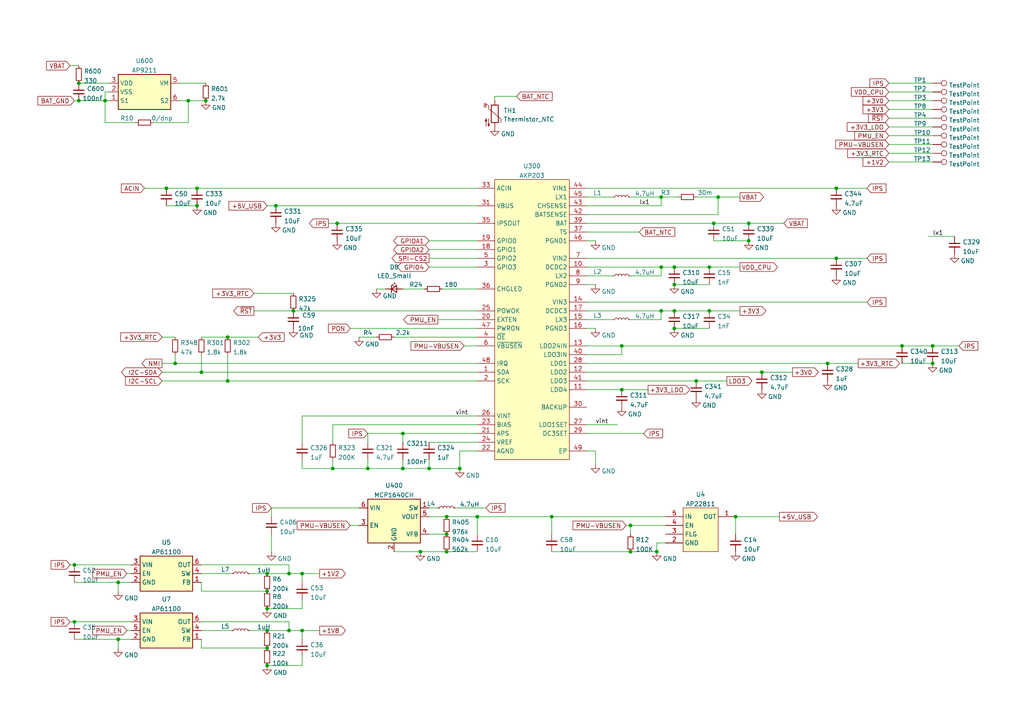
<source format=kicad_sch>
(kicad_sch (version 20211123) (generator eeschema)
  (paper "A4")
  (lib_symbols
    (symbol "Connector:TestPoint" (pin_numbers hide) (pin_names (offset 0.762) hide)
      (property "Reference" "TP" (at 0 6.858 0))
      (property "Value" "TestPoint" (at 0 5.08 0))
      (symbol "TestPoint_1_1"
        (pin passive line (at 0 0 90) (length 2.54) (name "1") (number "1"))
      )
    )
    (symbol "Device:C_Small" (pin_numbers hide) (pin_names (offset 0.254) hide)
      (property "Reference" "C" (at 0.254 1.778 0))
      (property "Value" "C_Small" (at 0.254 -2.032 0))
      (symbol "C_Small_1_1"
        (pin passive line (at 0 2.54 270) (length 2.032) (name "~") (number "1"))
        (pin passive line (at 0 -2.54 90) (length 2.032) (name "~") (number "2"))
      )
    )
    (symbol "Device:LED_Small" (pin_numbers hide) (pin_names (offset 0.254) hide)
      (property "Reference" "D" (at -1.27 3.175 0))
      (property "Value" "LED_Small" (at -4.445 -2.54 0))
      (symbol "LED_Small_1_1"
        (pin passive line (at -2.54 0 0) (length 1.778) (name "K") (number "1"))
        (pin passive line (at 2.54 0 180) (length 1.778) (name "A") (number "2"))
      )
    )
    (symbol "Device:L_Small" (pin_numbers hide) (pin_names (offset 0.254) hide)
      (property "Reference" "L" (at 0.762 1.016 0))
      (property "Value" "L_Small" (at 0.762 -1.016 0))
      (symbol "L_Small_1_1"
        (pin passive line (at 0 2.54 270) (length 0.508) (name "~") (number "1"))
        (pin passive line (at 0 -2.54 90) (length 0.508) (name "~") (number "2"))
      )
    )
    (symbol "Device:R_Small" (pin_numbers hide) (pin_names (offset 0.254) hide)
      (property "Reference" "R" (at 0.762 0.508 0))
      (property "Value" "R_Small" (at 0.762 -1.016 0))
      (symbol "R_Small_1_1"
        (pin passive line (at 0 2.54 270) (length 0.762) (name "~") (number "1"))
        (pin passive line (at 0 -2.54 90) (length 0.762) (name "~") (number "2"))
      )
    )
    (symbol "Device:Thermistor_NTC" (pin_numbers hide) (pin_names (offset 0))
      (property "Reference" "TH" (at -4.445 0 90))
      (property "Value" "Thermistor_NTC" (at 3.175 0 90))
      (symbol "Thermistor_NTC_1_1"
        (pin passive line (at 0 3.81 270) (length 1.27) (name "~") (number "1"))
        (pin passive line (at 0 -3.81 90) (length 1.27) (name "~") (number "2"))
      )
    )
    (symbol "Regulator_Switching:MCP1640CH"
      (property "Reference" "U" (at -7.62 8.89 0))
      (property "Value" "MCP1640CH" (at -1.27 8.89 0))
      (symbol "MCP1640CH_1_1"
        (pin input line (at 10.16 5.08 180) (length 2.54) (name "SW") (number "1"))
        (pin power_in line (at 0 -7.62 90) (length 2.54) (name "GND") (number "2"))
        (pin input line (at -10.16 0 0) (length 2.54) (name "EN") (number "3"))
        (pin input line (at 10.16 -2.54 180) (length 2.54) (name "VFB") (number "4"))
        (pin power_out line (at 10.16 2.54 180) (length 2.54) (name "VOUT") (number "5"))
        (pin power_in line (at -10.16 5.08 0) (length 2.54) (name "VIN") (number "6"))
      )
    )
    (symbol "diodes:AP22811"
      (property "Reference" "U" (at -2.54 1.27 0))
      (property "Value" "AP22811" (at 5.08 1.27 0))
      (symbol "AP22811_1_1"
        (pin input line (at 10.16 -2.54 180) (length 5.08) (name "OUT") (number "1"))
        (pin input line (at -10.16 -10.16 0) (length 5.08) (name "GND") (number "2"))
        (pin input line (at -10.16 -7.62 0) (length 5.08) (name "FLG") (number "3"))
        (pin input line (at -10.16 -5.08 0) (length 5.08) (name "EN") (number "4"))
        (pin input line (at -10.16 -2.54 0) (length 5.08) (name "IN") (number "5"))
      )
    )
    (symbol "diodes:AP61100"
      (property "Reference" "U" (at -7.62 6.35 0))
      (property "Value" "AP61100" (at 5.08 6.35 0))
      (symbol "AP61100_1_1"
        (pin input line (at 10.16 -2.54 180) (length 2.54) (name "FB") (number "1"))
        (pin power_in line (at -10.16 -2.54 0) (length 2.54) (name "GND") (number "2"))
        (pin power_in line (at -10.16 2.54 0) (length 2.54) (name "VIN") (number "3"))
        (pin power_out line (at 10.16 0 180) (length 2.54) (name "SW") (number "4"))
        (pin input line (at -10.16 0 0) (length 2.54) (name "EN") (number "5"))
        (pin input line (at 10.16 2.54 180) (length 2.54) (name "OUT") (number "6"))
      )
    )
    (symbol "diodes:AP9211"
      (property "Reference" "U" (at -7.62 6.35 0))
      (property "Value" "AP9211" (at 6.35 6.35 0))
      (symbol "AP9211_1_1"
        (pin output line (at -10.16 -2.54 0) (length 2.54) (name "S1") (number "1"))
        (pin power_in line (at -10.16 0 0) (length 2.54) (name "VSS") (number "2"))
        (pin power_in line (at -10.16 2.54 0) (length 2.54) (name "VDD") (number "3"))
        (pin passive line (at 10.16 2.54 180) (length 2.54) (name "VM") (number "5"))
        (pin output line (at 10.16 -2.54 180) (length 2.54) (name "S2") (number "6"))
      )
    )
    (symbol "power:GND" (power) (pin_names (offset 0))
      (property "Value" "GND" (at 0 -3.81 0))
      (symbol "GND_1_1"
        (pin power_in line (at 0 0 270) (length 0) hide (name "GND") (number "1"))
      )
    )
    (symbol "xpowers:AXP203"
      (property "Reference" "U" (at -2.54 2.54 0))
      (property "Value" "AXP203" (at 3.81 2.54 0))
      (symbol "AXP203_1_0"
        (pin passive line (at -15.24 -55.88 0) (length 5.08) (name "SDA") (number "1"))
        (pin passive line (at 16.51 -25.4 180) (length 5.08) (name "DCDC2") (number "10"))
        (pin passive line (at 16.51 -60.96 180) (length 5.08) (name "LDO4") (number "11"))
        (pin passive line (at 16.51 -55.88 180) (length 5.08) (name "LDO2") (number "12"))
        (pin passive line (at 16.51 -48.26 180) (length 5.08) (name "LDO24IN") (number "13"))
        (pin passive line (at 16.51 -35.56 180) (length 5.08) (name "VIN3") (number "14"))
        (pin passive line (at 16.51 -40.64 180) (length 5.08) (name "LX3") (number "15"))
        (pin passive line (at 16.51 -43.18 180) (length 5.08) (name "PGND3") (number "16"))
        (pin passive line (at 16.51 -38.1 180) (length 5.08) (name "DCDC3") (number "17"))
        (pin passive line (at -15.24 -20.32 0) (length 5.08) (name "GPIO1") (number "18"))
        (pin passive line (at -15.24 -17.78 0) (length 5.08) (name "GPIO0") (number "19"))
        (pin passive line (at -15.24 -58.42 0) (length 5.08) (name "SCK") (number "2"))
        (pin passive line (at -15.24 -40.64 0) (length 5.08) (name "EXTEN") (number "20"))
        (pin passive line (at -15.24 -73.66 0) (length 5.08) (name "APS") (number "21"))
        (pin passive line (at -15.24 -78.74 0) (length 5.08) (name "AGND") (number "22"))
        (pin passive line (at -15.24 -71.12 0) (length 5.08) (name "BIAS") (number "23"))
        (pin passive line (at -15.24 -76.2 0) (length 5.08) (name "VREF") (number "24"))
        (pin passive line (at -15.24 -38.1 0) (length 5.08) (name "POWOK") (number "25"))
        (pin passive line (at -15.24 -68.58 0) (length 5.08) (name "VINT") (number "26"))
        (pin passive line (at 16.51 -71.12 180) (length 5.08) (name "LDO1SET") (number "27"))
        (pin passive line (at 16.51 -53.34 180) (length 5.08) (name "LDO1") (number "28"))
        (pin passive line (at 16.51 -73.66 180) (length 5.08) (name "DC3SET") (number "29"))
        (pin passive line (at -15.24 -25.4 0) (length 5.08) (name "GPIO3") (number "3"))
        (pin passive line (at 16.51 -66.04 180) (length 5.08) (name "BACKUP") (number "30"))
        (pin passive line (at -15.24 -7.62 0) (length 5.08) (name "VBUS") (number "31"))
        (pin passive line (at -15.24 -2.54 0) (length 5.08) hide (name "ACIN") (number "32"))
        (pin passive line (at -15.24 -2.54 0) (length 5.08) (name "ACIN") (number "33"))
        (pin passive line (at -15.24 -12.7 0) (length 5.08) hide (name "IPSOUT") (number "34"))
        (pin passive line (at -15.24 -12.7 0) (length 5.08) (name "IPSOUT") (number "35"))
        (pin passive line (at -15.24 -31.75 0) (length 5.08) (name "CHGLED") (number "36"))
        (pin passive line (at 16.51 -15.24 180) (length 5.08) (name "TS") (number "37"))
        (pin passive line (at 16.51 -12.7 180) (length 5.08) hide (name "BAT") (number "38"))
        (pin passive line (at 16.51 -12.7 180) (length 5.08) (name "BAT") (number "39"))
        (pin passive line (at -15.24 -45.72 0) (length 5.08) (name "~{OE}") (number "4"))
        (pin passive line (at 16.51 -50.8 180) (length 5.08) (name "LDO3IN") (number "40"))
        (pin passive line (at 16.51 -58.42 180) (length 5.08) (name "LDO3") (number "41"))
        (pin passive line (at 16.51 -10.16 180) (length 5.08) (name "BATSENSE") (number "42"))
        (pin passive line (at 16.51 -7.62 180) (length 5.08) (name "CHSENSE") (number "43"))
        (pin passive line (at 16.51 -2.54 180) (length 5.08) (name "VIN1") (number "44"))
        (pin passive line (at 16.51 -5.08 180) (length 5.08) (name "LX1") (number "45"))
        (pin passive line (at 16.51 -17.78 180) (length 5.08) (name "PGND1") (number "46"))
        (pin passive line (at -15.24 -43.18 0) (length 5.08) (name "PWRON") (number "47"))
        (pin passive line (at -15.24 -53.34 0) (length 5.08) (name "IRQ") (number "48"))
        (pin passive line (at 16.51 -78.74 180) (length 5.08) (name "EP") (number "49"))
        (pin passive line (at -15.24 -22.86 0) (length 5.08) (name "GPIO2") (number "5"))
        (pin passive line (at -15.24 -48.26 0) (length 5.08) (name "~{VBUSEN}") (number "6"))
        (pin passive line (at 16.51 -22.86 180) (length 5.08) (name "VIN2") (number "7"))
        (pin passive line (at 16.51 -27.94 180) (length 5.08) (name "LX2") (number "8"))
        (pin passive line (at 16.51 -30.48 180) (length 5.08) (name "PGND2") (number "9"))
      )
    )
  )
  (junction (at 80.01 59.69) (diameter 0.9144))
  (junction (at 182.88 160.02) (diameter 0.9144))
  (junction (at 191.77 90.17) (diameter 0.9144))
  (junction (at 195.58 90.17) (diameter 0.9144))
  (junction (at 66.04 97.79))
  (junction (at 160.02 149.86) (diameter 0.9144))
  (junction (at 54.61 29.21))
  (junction (at 116.84 135.89) (diameter 0.9144))
  (junction (at 207.01 64.77))
  (junction (at 195.58 82.55))
  (junction (at 50.8 105.41) (diameter 0.9144))
  (junction (at 30.48 29.21))
  (junction (at 34.29 168.91))
  (junction (at 66.04 110.49) (diameter 0.9144))
  (junction (at 77.47 193.04))
  (junction (at 217.17 64.77) (diameter 0.9144))
  (junction (at 213.36 149.86) (diameter 0.9144))
  (junction (at 129.54 149.86) (diameter 0.9144))
  (junction (at 96.52 135.89) (diameter 0.9144))
  (junction (at 195.58 77.47) (diameter 0.9144))
  (junction (at 58.42 107.95) (diameter 0.9144))
  (junction (at 261.62 100.33))
  (junction (at 270.51 100.33))
  (junction (at 87.63 182.88))
  (junction (at 124.46 135.89) (diameter 0.9144))
  (junction (at 242.57 74.93) (diameter 0.9144))
  (junction (at 129.54 154.94) (diameter 0.9144))
  (junction (at 217.17 69.85))
  (junction (at 77.47 171.45) (diameter 0.9144))
  (junction (at 129.54 160.02))
  (junction (at 34.29 185.42))
  (junction (at 77.47 182.88))
  (junction (at 77.47 187.96) (diameter 0.9144))
  (junction (at 180.34 113.03))
  (junction (at 208.28 57.15))
  (junction (at 22.86 29.21))
  (junction (at 21.59 163.83))
  (junction (at 83.82 182.88))
  (junction (at 21.59 180.34))
  (junction (at 97.79 64.77) (diameter 0.9144))
  (junction (at 201.93 110.49))
  (junction (at 180.34 100.33))
  (junction (at 191.77 77.47) (diameter 0.9144))
  (junction (at 83.82 166.37))
  (junction (at 116.84 125.73) (diameter 0.9144))
  (junction (at 121.92 160.02) (diameter 0.9144))
  (junction (at 205.74 77.47))
  (junction (at 205.74 90.17))
  (junction (at 48.26 54.61))
  (junction (at 77.47 166.37))
  (junction (at 59.69 29.21))
  (junction (at 87.63 166.37))
  (junction (at 22.86 24.13))
  (junction (at 77.47 176.53))
  (junction (at 85.09 90.17))
  (junction (at 57.15 54.61) (diameter 0.9144))
  (junction (at 220.98 107.95))
  (junction (at 133.35 135.89))
  (junction (at 57.15 59.69))
  (junction (at 191.77 57.15))
  (junction (at 138.43 149.86))
  (junction (at 242.57 54.61) (diameter 0.9144))
  (junction (at 195.58 95.25))
  (junction (at 190.5 160.02) (diameter 0.9144))
  (junction (at 240.03 105.41))
  (junction (at 106.68 135.89) (diameter 0.9144))
  (junction (at 182.88 152.4) (diameter 0.9144))
  (junction (at 270.51 105.41))
  (wire (pts (xy 78.74 147.32) (xy 104.14 147.32)))
  (wire (pts (xy 30.48 26.67) (xy 30.48 29.21)))
  (wire (pts (xy 31.75 26.67) (xy 30.48 26.67)))
  (wire (pts (xy 72.39 166.37) (xy 77.47 166.37)))
  (wire (pts (xy 20.32 163.83) (xy 21.59 163.83)))
  (wire (pts (xy 83.82 166.37) (xy 87.63 166.37)))
  (wire (pts (xy 170.18 90.17) (xy 191.77 90.17)))
  (wire (pts (xy 87.63 190.5) (xy 87.63 193.04)))
  (wire (pts (xy 87.63 193.04) (xy 77.47 193.04)))
  (wire (pts (xy 160.02 149.86) (xy 193.04 149.86)))
  (wire (pts (xy 170.18 110.49) (xy 201.93 110.49)))
  (wire (pts (xy 201.93 110.49) (xy 210.82 110.49)))
  (wire (pts (xy 96.52 123.19) (xy 96.52 128.27)))
  (wire (pts (xy 138.43 123.19) (xy 96.52 123.19)))
  (wire (pts (xy 217.17 64.77) (xy 227.33 64.77)))
  (wire (pts (xy 269.24 68.58) (xy 276.86 68.58)))
  (wire (pts (xy 52.07 29.21) (xy 54.61 29.21)))
  (wire (pts (xy 191.77 57.15) (xy 196.85 57.15)))
  (wire (pts (xy 21.59 168.91) (xy 34.29 168.91)))
  (wire (pts (xy 46.99 110.49) (xy 66.04 110.49)))
  (wire (pts (xy 66.04 110.49) (xy 138.43 110.49)))
  (wire (pts (xy 85.09 90.17) (xy 138.43 90.17)))
  (wire (pts (xy 124.46 149.86) (xy 129.54 149.86)))
  (wire (pts (xy 129.54 149.86) (xy 138.43 149.86)))
  (wire (pts (xy 261.62 105.41) (xy 270.51 105.41)))
  (wire (pts (xy 87.63 166.37) (xy 92.71 166.37)))
  (wire (pts (xy 66.04 97.79) (xy 74.93 97.79)))
  (wire (pts (xy 257.81 31.75) (xy 270.51 31.75)))
  (wire (pts (xy 132.08 147.32) (xy 140.97 147.32)))
  (wire (pts (xy 58.42 166.37) (xy 67.31 166.37)))
  (wire (pts (xy 195.58 90.17) (xy 205.74 90.17)))
  (wire (pts (xy 205.74 90.17) (xy 214.63 90.17)))
  (wire (pts (xy 116.84 133.35) (xy 116.84 135.89)))
  (wire (pts (xy 160.02 160.02) (xy 182.88 160.02)))
  (wire (pts (xy 50.8 102.87) (xy 50.8 105.41)))
  (wire (pts (xy 191.77 92.71) (xy 182.88 92.71)))
  (wire (pts (xy 58.42 163.83) (xy 83.82 163.83)))
  (wire (pts (xy 101.6 152.4) (xy 104.14 152.4)))
  (wire (pts (xy 21.59 29.21) (xy 22.86 29.21)))
  (wire (pts (xy 22.86 29.21) (xy 30.48 29.21)))
  (wire (pts (xy 30.48 29.21) (xy 31.75 29.21)))
  (wire (pts (xy 170.18 69.85) (xy 172.72 69.85)))
  (wire (pts (xy 73.66 85.09) (xy 85.09 85.09)))
  (wire (pts (xy 242.57 74.93) (xy 251.46 74.93)))
  (wire (pts (xy 114.3 160.02) (xy 121.92 160.02)))
  (wire (pts (xy 121.92 160.02) (xy 129.54 160.02)))
  (wire (pts (xy 128.27 83.82) (xy 138.43 83.82)))
  (wire (pts (xy 124.46 154.94) (xy 129.54 154.94)))
  (wire (pts (xy 213.36 149.86) (xy 226.06 149.86)))
  (wire (pts (xy 48.26 59.69) (xy 57.15 59.69)))
  (wire (pts (xy 20.32 180.34) (xy 21.59 180.34)))
  (wire (pts (xy 21.59 180.34) (xy 38.1 180.34)))
  (wire (pts (xy 138.43 149.86) (xy 160.02 149.86)))
  (wire (pts (xy 170.18 57.15) (xy 177.8 57.15)))
  (wire (pts (xy 191.77 90.17) (xy 191.77 92.71)))
  (wire (pts (xy 220.98 107.95) (xy 229.87 107.95)))
  (wire (pts (xy 87.63 176.53) (xy 77.47 176.53)))
  (wire (pts (xy 257.81 36.83) (xy 270.51 36.83)))
  (wire (pts (xy 170.18 87.63) (xy 251.46 87.63)))
  (wire (pts (xy 116.84 125.73) (xy 138.43 125.73)))
  (wire (pts (xy 124.46 69.85) (xy 138.43 69.85)))
  (wire (pts (xy 170.18 92.71) (xy 177.8 92.71)))
  (wire (pts (xy 207.01 64.77) (xy 217.17 64.77)))
  (wire (pts (xy 207.01 69.85) (xy 217.17 69.85)))
  (wire (pts (xy 208.28 57.15) (xy 201.93 57.15)))
  (wire (pts (xy 208.28 62.23) (xy 208.28 57.15)))
  (wire (pts (xy 170.18 113.03) (xy 180.34 113.03)))
  (wire (pts (xy 54.61 35.56) (xy 54.61 29.21)))
  (wire (pts (xy 134.62 100.33) (xy 138.43 100.33)))
  (wire (pts (xy 257.81 24.13) (xy 270.51 24.13)))
  (wire (pts (xy 30.48 35.56) (xy 30.48 29.21)))
  (wire (pts (xy 58.42 102.87) (xy 58.42 107.95)))
  (wire (pts (xy 44.45 35.56) (xy 54.61 35.56)))
  (wire (pts (xy 170.18 59.69) (xy 191.77 59.69)))
  (wire (pts (xy 191.77 59.69) (xy 191.77 57.15)))
  (wire (pts (xy 36.83 166.37) (xy 38.1 166.37)))
  (wire (pts (xy 58.42 171.45) (xy 77.47 171.45)))
  (wire (pts (xy 83.82 166.37) (xy 77.47 166.37)))
  (wire (pts (xy 78.74 154.94) (xy 78.74 160.02)))
  (wire (pts (xy 87.63 120.65) (xy 87.63 128.27)))
  (wire (pts (xy 138.43 120.65) (xy 87.63 120.65)))
  (wire (pts (xy 129.54 160.02) (xy 138.43 160.02)))
  (wire (pts (xy 124.46 133.35) (xy 124.46 135.89)))
  (wire (pts (xy 124.46 135.89) (xy 133.35 135.89)))
  (wire (pts (xy 240.03 105.41) (xy 248.92 105.41)))
  (wire (pts (xy 195.58 82.55) (xy 205.74 82.55)))
  (wire (pts (xy 97.79 64.77) (xy 138.43 64.77)))
  (wire (pts (xy 170.18 64.77) (xy 207.01 64.77)))
  (wire (pts (xy 257.81 26.67) (xy 270.51 26.67)))
  (wire (pts (xy 124.46 128.27) (xy 138.43 128.27)))
  (wire (pts (xy 116.84 125.73) (xy 116.84 128.27)))
  (wire (pts (xy 124.46 72.39) (xy 138.43 72.39)))
  (wire (pts (xy 46.99 107.95) (xy 58.42 107.95)))
  (wire (pts (xy 58.42 107.95) (xy 138.43 107.95)))
  (wire (pts (xy 182.88 152.4) (xy 182.88 154.94)))
  (wire (pts (xy 78.74 147.32) (xy 78.74 149.86)))
  (wire (pts (xy 124.46 77.47) (xy 138.43 77.47)))
  (wire (pts (xy 257.81 29.21) (xy 270.51 29.21)))
  (wire (pts (xy 180.34 113.03) (xy 187.96 113.03)))
  (wire (pts (xy 170.18 107.95) (xy 220.98 107.95)))
  (wire (pts (xy 182.88 160.02) (xy 190.5 160.02)))
  (wire (pts (xy 170.18 100.33) (xy 180.34 100.33)))
  (wire (pts (xy 180.34 100.33) (xy 261.62 100.33)))
  (wire (pts (xy 261.62 100.33) (xy 270.51 100.33)))
  (wire (pts (xy 270.51 100.33) (xy 278.13 100.33)))
  (wire (pts (xy 39.37 35.56) (xy 30.48 35.56)))
  (wire (pts (xy 22.86 24.13) (xy 31.75 24.13)))
  (wire (pts (xy 38.1 168.91) (xy 34.29 168.91)))
  (wire (pts (xy 191.77 77.47) (xy 195.58 77.47)))
  (wire (pts (xy 195.58 77.47) (xy 205.74 77.47)))
  (wire (pts (xy 205.74 77.47) (xy 214.63 77.47)))
  (wire (pts (xy 109.22 83.82) (xy 111.76 83.82)))
  (wire (pts (xy 106.68 125.73) (xy 116.84 125.73)))
  (wire (pts (xy 106.68 128.27) (xy 106.68 125.73)))
  (wire (pts (xy 149.86 27.94) (xy 143.51 27.94)))
  (wire (pts (xy 208.28 57.15) (xy 214.63 57.15)))
  (wire (pts (xy 58.42 182.88) (xy 67.31 182.88)))
  (wire (pts (xy 77.47 59.69) (xy 80.01 59.69)))
  (wire (pts (xy 80.01 59.69) (xy 138.43 59.69)))
  (wire (pts (xy 87.63 133.35) (xy 87.63 135.89)))
  (wire (pts (xy 87.63 135.89) (xy 96.52 135.89)))
  (wire (pts (xy 21.59 163.83) (xy 38.1 163.83)))
  (wire (pts (xy 138.43 149.86) (xy 138.43 154.94)))
  (wire (pts (xy 124.46 147.32) (xy 127 147.32)))
  (wire (pts (xy 96.52 133.35) (xy 96.52 135.89)))
  (wire (pts (xy 96.52 135.89) (xy 106.68 135.89)))
  (wire (pts (xy 34.29 185.42) (xy 34.29 187.96)))
  (wire (pts (xy 38.1 185.42) (xy 34.29 185.42)))
  (wire (pts (xy 58.42 180.34) (xy 83.82 180.34)))
  (wire (pts (xy 83.82 180.34) (xy 83.82 182.88)))
  (wire (pts (xy 83.82 182.88) (xy 77.47 182.88)))
  (wire (pts (xy 104.14 97.79) (xy 109.22 97.79)))
  (wire (pts (xy 195.58 95.25) (xy 205.74 95.25)))
  (wire (pts (xy 170.18 74.93) (xy 242.57 74.93)))
  (wire (pts (xy 72.39 182.88) (xy 77.47 182.88)))
  (wire (pts (xy 170.18 80.01) (xy 177.8 80.01)))
  (wire (pts (xy 95.25 64.77) (xy 97.79 64.77)))
  (wire (pts (xy 83.82 163.83) (xy 83.82 166.37)))
  (wire (pts (xy 20.32 19.05) (xy 22.86 19.05)))
  (wire (pts (xy 58.42 171.45) (xy 58.42 168.91)))
  (wire (pts (xy 170.18 130.81) (xy 172.72 130.81)))
  (wire (pts (xy 172.72 130.81) (xy 172.72 134.62)))
  (wire (pts (xy 87.63 182.88) (xy 92.71 182.88)))
  (wire (pts (xy 58.42 187.96) (xy 58.42 185.42)))
  (wire (pts (xy 58.42 187.96) (xy 77.47 187.96)))
  (wire (pts (xy 170.18 95.25) (xy 172.72 95.25)))
  (wire (pts (xy 257.81 41.91) (xy 270.51 41.91)))
  (wire (pts (xy 182.88 57.15) (xy 191.77 57.15)))
  (wire (pts (xy 116.84 83.82) (xy 123.19 83.82)))
  (wire (pts (xy 114.3 97.79) (xy 138.43 97.79)))
  (wire (pts (xy 170.18 54.61) (xy 242.57 54.61)))
  (wire (pts (xy 242.57 54.61) (xy 251.46 54.61)))
  (wire (pts (xy 34.29 168.91) (xy 34.29 171.45)))
  (wire (pts (xy 36.83 182.88) (xy 38.1 182.88)))
  (wire (pts (xy 52.07 24.13) (xy 59.69 24.13)))
  (wire (pts (xy 170.18 105.41) (xy 240.03 105.41)))
  (wire (pts (xy 127 92.71) (xy 138.43 92.71)))
  (wire (pts (xy 106.68 133.35) (xy 106.68 135.89)))
  (wire (pts (xy 106.68 135.89) (xy 116.84 135.89)))
  (wire (pts (xy 116.84 135.89) (xy 124.46 135.89)))
  (wire (pts (xy 170.18 77.47) (xy 191.77 77.47)))
  (wire (pts (xy 191.77 77.47) (xy 191.77 80.01)))
  (wire (pts (xy 191.77 80.01) (xy 182.88 80.01)))
  (wire (pts (xy 213.36 149.86) (xy 213.36 154.94)))
  (wire (pts (xy 257.81 44.45) (xy 270.51 44.45)))
  (wire (pts (xy 170.18 123.19) (xy 179.07 123.19)))
  (wire (pts (xy 46.99 97.79) (xy 50.8 97.79)))
  (wire (pts (xy 58.42 97.79) (xy 66.04 97.79)))
  (wire (pts (xy 191.77 90.17) (xy 195.58 90.17)))
  (wire (pts (xy 143.51 27.94) (xy 143.51 29.21)))
  (wire (pts (xy 170.18 62.23) (xy 208.28 62.23)))
  (wire (pts (xy 83.82 182.88) (xy 87.63 182.88)))
  (wire (pts (xy 87.63 185.42) (xy 87.63 182.88)))
  (wire (pts (xy 101.6 95.25) (xy 138.43 95.25)))
  (wire (pts (xy 124.46 74.93) (xy 138.43 74.93)))
  (wire (pts (xy 181.61 152.4) (xy 182.88 152.4)))
  (wire (pts (xy 182.88 152.4) (xy 193.04 152.4)))
  (wire (pts (xy 54.61 29.21) (xy 59.69 29.21)))
  (wire (pts (xy 170.18 82.55) (xy 172.72 82.55)))
  (wire (pts (xy 73.66 90.17) (xy 85.09 90.17)))
  (wire (pts (xy 87.63 168.91) (xy 87.63 166.37)))
  (wire (pts (xy 46.99 105.41) (xy 50.8 105.41)))
  (wire (pts (xy 50.8 105.41) (xy 138.43 105.41)))
  (wire (pts (xy 170.18 102.87) (xy 180.34 102.87)))
  (wire (pts (xy 180.34 102.87) (xy 180.34 100.33)))
  (wire (pts (xy 48.26 54.61) (xy 57.15 54.61)))
  (wire (pts (xy 87.63 173.99) (xy 87.63 176.53)))
  (wire (pts (xy 133.35 130.81) (xy 133.35 135.89)))
  (wire (pts (xy 138.43 130.81) (xy 133.35 130.81)))
  (wire (pts (xy 257.81 39.37) (xy 270.51 39.37)))
  (wire (pts (xy 160.02 149.86) (xy 160.02 154.94)))
  (wire (pts (xy 257.81 34.29) (xy 270.51 34.29)))
  (wire (pts (xy 21.59 185.42) (xy 34.29 185.42)))
  (wire (pts (xy 170.18 67.31) (xy 185.42 67.31)))
  (wire (pts (xy 41.91 54.61) (xy 48.26 54.61)))
  (wire (pts (xy 257.81 46.99) (xy 270.51 46.99)))
  (wire (pts (xy 170.18 125.73) (xy 186.69 125.73)))
  (wire (pts (xy 57.15 54.61) (xy 138.43 54.61)))
  (wire (pts (xy 190.5 157.48) (xy 190.5 160.02)))
  (wire (pts (xy 193.04 157.48) (xy 190.5 157.48)))
  (wire (pts (xy 66.04 102.87) (xy 66.04 110.49)))
  (label "lx1" (at 270.51 68.58 0))
  (label "vint" (at 172.72 123.19 0))
  (label "vint" (at 132.08 120.65 0))
  (label "lx1" (at 185.42 59.69 0))
  (global_label "IPS" (shape input) (at 20.32 163.83 180) (property "Intersheet References" "${INTERSHEET_REFS}" (effects hide)))
  (global_label "NMI" (shape output) (at 46.99 105.41 180) (property "Intersheet References" "${INTERSHEET_REFS}" (effects hide)))
  (global_label "IPS" (shape input) (at 186.69 125.73 0) (property "Intersheet References" "${INTERSHEET_REFS}" (effects hide)))
  (global_label "PMU-VBUSEN" (shape input) (at 257.81 41.91 180) (property "Intersheet References" "${INTERSHEET_REFS}" (effects hide)))
  (global_label "+1V8" (shape output) (at 92.71 182.88 0) (property "Intersheet References" "${INTERSHEET_REFS}" (effects hide)))
  (global_label "PMU_EN" (shape input) (at 36.83 166.37 180) (property "Intersheet References" "${INTERSHEET_REFS}" (effects hide)))
  (global_label "IPS" (shape input) (at 140.97 147.32 0) (property "Intersheet References" "${INTERSHEET_REFS}" (effects hide)))
  (global_label "PMU-VBUSEN" (shape input) (at 134.62 100.33 180) (property "Intersheet References" "${INTERSHEET_REFS}" (effects hide)))
  (global_label "IPS" (shape input) (at 251.46 74.93 0) (property "Intersheet References" "${INTERSHEET_REFS}" (effects hide)))
  (global_label "SPI-CS2" (shape output) (at 124.46 74.93 180) (property "Intersheet References" "${INTERSHEET_REFS}" (effects hide)))
  (global_label "~{RST}" (shape output) (at 73.66 90.17 180) (property "Intersheet References" "${INTERSHEET_REFS}" (effects hide)))
  (global_label "BAT_NTC" (shape input) (at 185.42 67.31 0) (property "Intersheet References" "${INTERSHEET_REFS}" (effects hide)))
  (global_label "+3V3" (shape input) (at 74.93 97.79 0) (property "Intersheet References" "${INTERSHEET_REFS}" (effects hide)))
  (global_label "IPS" (shape output) (at 95.25 64.77 180) (property "Intersheet References" "${INTERSHEET_REFS}" (effects hide)))
  (global_label "+3V3_LDO" (shape output) (at 187.96 113.03 0) (property "Intersheet References" "${INTERSHEET_REFS}" (effects hide)))
  (global_label "IPS" (shape input) (at 78.74 147.32 180) (property "Intersheet References" "${INTERSHEET_REFS}" (effects hide)))
  (global_label "PON" (shape input) (at 101.6 95.25 180) (property "Intersheet References" "${INTERSHEET_REFS}" (effects hide)))
  (global_label "+3V3_RTC" (shape output) (at 248.92 105.41 0) (property "Intersheet References" "${INTERSHEET_REFS}" (effects hide)))
  (global_label "GPIO4" (shape bidirectional) (at 124.46 77.47 180) (property "Intersheet References" "${INTERSHEET_REFS}" (effects hide)))
  (global_label "PMU-VBUSEN" (shape input) (at 101.6 152.4 180) (property "Intersheet References" "${INTERSHEET_REFS}" (effects hide)))
  (global_label "IPS" (shape input) (at 257.81 24.13 180) (property "Intersheet References" "${INTERSHEET_REFS}" (effects hide)))
  (global_label "BAT_NTC" (shape input) (at 149.86 27.94 0) (property "Intersheet References" "${INTERSHEET_REFS}" (effects hide)))
  (global_label "IPS" (shape input) (at 251.46 54.61 0) (property "Intersheet References" "${INTERSHEET_REFS}" (effects hide)))
  (global_label "+3V3_RTC" (shape input) (at 73.66 85.09 180) (property "Intersheet References" "${INTERSHEET_REFS}" (effects hide)))
  (global_label "+3V0" (shape input) (at 257.81 29.21 180) (property "Intersheet References" "${INTERSHEET_REFS}" (effects hide)))
  (global_label "I2C-SDA" (shape bidirectional) (at 46.99 107.95 180) (property "Intersheet References" "${INTERSHEET_REFS}" (effects hide)))
  (global_label "+3V3_LDO" (shape input) (at 257.81 36.83 180) (property "Intersheet References" "${INTERSHEET_REFS}" (effects hide)))
  (global_label "IPS" (shape input) (at 278.13 100.33 0) (property "Intersheet References" "${INTERSHEET_REFS}" (effects hide)))
  (global_label "BAT_GND" (shape input) (at 21.59 29.21 180) (property "Intersheet References" "${INTERSHEET_REFS}" (effects hide)))
  (global_label "+3V3" (shape input) (at 257.81 31.75 180) (property "Intersheet References" "${INTERSHEET_REFS}" (effects hide)))
  (global_label "IPS" (shape input) (at 251.46 87.63 0) (property "Intersheet References" "${INTERSHEET_REFS}" (effects hide)))
  (global_label "IPS" (shape input) (at 20.32 180.34 180) (property "Intersheet References" "${INTERSHEET_REFS}" (effects hide)))
  (global_label "GPIOA2" (shape bidirectional) (at 124.46 72.39 180) (property "Intersheet References" "${INTERSHEET_REFS}" (effects hide)))
  (global_label "+3V0" (shape output) (at 229.87 107.95 0) (property "Intersheet References" "${INTERSHEET_REFS}" (effects hide)))
  (global_label "VDD_CPU" (shape input) (at 257.81 26.67 180) (property "Intersheet References" "${INTERSHEET_REFS}" (effects hide)))
  (global_label "IPS" (shape input) (at 106.68 125.73 180) (property "Intersheet References" "${INTERSHEET_REFS}" (effects hide)))
  (global_label "ACIN" (shape input) (at 41.91 54.61 180) (property "Intersheet References" "${INTERSHEET_REFS}" (effects hide)))
  (global_label "+3V3" (shape output) (at 214.63 90.17 0) (property "Intersheet References" "${INTERSHEET_REFS}" (effects hide)))
  (global_label "VBAT" (shape input) (at 20.32 19.05 180) (property "Intersheet References" "${INTERSHEET_REFS}" (effects hide)))
  (global_label "+1V2" (shape input) (at 257.81 46.99 180) (property "Intersheet References" "${INTERSHEET_REFS}" (effects hide)))
  (global_label "+5V_USB" (shape input) (at 77.47 59.69 180) (property "Intersheet References" "${INTERSHEET_REFS}" (effects hide)))
  (global_label "PMU_EN" (shape input) (at 36.83 182.88 180) (property "Intersheet References" "${INTERSHEET_REFS}" (effects hide)))
  (global_label "+5V_USB" (shape output) (at 226.06 149.86 0) (property "Intersheet References" "${INTERSHEET_REFS}" (effects hide)))
  (global_label "VDD_CPU" (shape output) (at 214.63 77.47 0) (property "Intersheet References" "${INTERSHEET_REFS}" (effects hide)))
  (global_label "LDO3" (shape output) (at 210.82 110.49 0) (property "Intersheet References" "${INTERSHEET_REFS}" (effects hide)))
  (global_label "GPIOA1" (shape bidirectional) (at 124.46 69.85 180) (property "Intersheet References" "${INTERSHEET_REFS}" (effects hide)))
  (global_label "PMU_EN" (shape output) (at 127 92.71 180) (property "Intersheet References" "${INTERSHEET_REFS}" (effects hide)))
  (global_label "PMU-VBUSEN" (shape input) (at 181.61 152.4 180) (property "Intersheet References" "${INTERSHEET_REFS}" (effects hide)))
  (global_label "+3V3_RTC" (shape input) (at 257.81 44.45 180) (property "Intersheet References" "${INTERSHEET_REFS}" (effects hide)))
  (global_label "+1V2" (shape output) (at 92.71 166.37 0) (property "Intersheet References" "${INTERSHEET_REFS}" (effects hide)))
  (global_label "~{RST}" (shape input) (at 257.81 34.29 180) (property "Intersheet References" "${INTERSHEET_REFS}" (effects hide)))
  (global_label "VBAT" (shape input) (at 227.33 64.77 0) (property "Intersheet References" "${INTERSHEET_REFS}" (effects hide)))
  (global_label "VBAT" (shape output) (at 214.63 57.15 0) (property "Intersheet References" "${INTERSHEET_REFS}" (effects hide)))
  (global_label "PMU_EN" (shape input) (at 257.81 39.37 180) (property "Intersheet References" "${INTERSHEET_REFS}" (effects hide)))
  (global_label "I2C-SCL" (shape input) (at 46.99 110.49 180) (property "Intersheet References" "${INTERSHEET_REFS}" (effects hide)))
  (global_label "+3V3_RTC" (shape input) (at 46.99 97.79 180) (property "Intersheet References" "${INTERSHEET_REFS}" (effects hide)))
  (symbol (lib_id "Device:L_Small") (at 129.54 147.32 90) (unit 1)
    (property "Reference" "L4" (at 125.0366 146.1205 90))
    (property "Value" "4.7uH" (at 136.1914 146.3113 90))
    (property "Footprint" "Inductor_SMD:L_Wuerth_MAPI-2510" (effects hide))
  )
  (symbol (lib_id "Device:R_Small") (at 111.76 97.79 90) (unit 1)
    (property "Reference" "R4" (at 106.68 96.52 90))
    (property "Value" "2.2k" (at 116.84 96.52 90))
    (property "Footprint" "Resistor_SMD:R_0402_1005Metric" (effects hide))
  )
  (symbol (lib_id "power:GND") (at 80.01 64.77 0) (unit 1)
    (property "Reference" "#PWR0122" (effects hide))
    (property "Value" "GND" (at 83.82 66.7926 0))
  )
  (symbol (lib_id "power:GND") (at 77.47 193.04 0) (unit 1)
    (property "Reference" "#PWR0156" (effects hide))
    (property "Value" "GND" (at 81.28 195.0626 0))
  )
  (symbol (lib_id "Device:C_Small") (at 261.62 102.87 0) (unit 1)
    (property "Reference" "C340" (at 263.9442 101.9615 0) (effects (justify left)))
    (property "Value" "10uF" (at 263.9442 104.7366 0) (effects (justify left)))
    (property "Footprint" "Capacitor_SMD:C_0603_1608Metric" (effects hide))
  )
  (symbol (lib_id "Device:R_Small") (at 77.47 173.99 0) (unit 1)
    (property "Reference" "R8" (at 78.9687 173.0815 0) (effects (justify left)))
    (property "Value" "200k" (at 78.9687 175.8566 0) (effects (justify left)))
    (property "Footprint" "Resistor_SMD:R_0402_1005Metric" (effects hide))
  )
  (symbol (lib_id "power:GND") (at 213.36 160.02 0) (unit 1)
    (property "Reference" "#PWR0133" (effects hide))
    (property "Value" "GND" (at 217.17 162.0426 0))
  )
  (symbol (lib_id "Regulator_Switching:MCP1640CH") (at 114.3 152.4 0) (unit 1)
    (property "Reference" "U400" (at 114.3 140.8134 0))
    (property "Value" "MCP1640CH" (at 114.3 143.5885 0))
    (property "Footprint" "Package_TO_SOT_SMD:SOT-23-6" (effects hide))
    (property "Datasheet" "http://ww1.microchip.com/downloads/en/DeviceDoc/20002234D.pdf" (effects hide))
  )
  (symbol (lib_id "Device:C_Small") (at 220.98 110.49 0) (unit 1)
    (property "Reference" "C312" (at 223.3042 109.5815 0) (effects (justify left)))
    (property "Value" "4.7uF" (at 223.3042 112.3566 0) (effects (justify left)))
    (property "Footprint" "Capacitor_SMD:C_0603_1608Metric" (effects hide))
  )
  (symbol (lib_id "power:GND") (at 34.29 187.96 0) (unit 1)
    (property "Reference" "#PWR0155" (effects hide))
    (property "Value" "GND" (at 38.1 189.9826 0))
  )
  (symbol (lib_id "power:GND") (at 77.47 176.53 0) (unit 1)
    (property "Reference" "#PWR0169" (effects hide))
    (property "Value" "GND" (at 81.28 178.5526 0))
  )
  (symbol (lib_id "Device:C_Small") (at 276.86 71.12 0) (unit 1)
    (property "Reference" "C329" (at 279.1842 70.2115 0) (effects (justify left)))
    (property "Value" "10uF" (at 279.1842 72.9866 0) (effects (justify left)))
    (property "Footprint" "Capacitor_SMD:C_0603_1608Metric" (effects hide))
  )
  (symbol (lib_id "Connector:TestPoint") (at 270.51 24.13 270) (unit 1)
    (property "Reference" "TP1" (at 265.0491 23.2215 90) (effects (justify left)))
    (property "Value" "TestPoint" (at 275.2091 24.7266 90) (effects (justify left)))
    (property "Footprint" "TestPoint:TestPoint_Pad_D1.0mm" (effects hide))
  )
  (symbol (lib_id "Device:C_Small") (at 270.51 102.87 0) (unit 1)
    (property "Reference" "C313" (at 272.8342 101.9615 0) (effects (justify left)))
    (property "Value" "10uF" (at 272.8342 104.7366 0) (effects (justify left)))
    (property "Footprint" "Capacitor_SMD:C_0603_1608Metric" (effects hide))
  )
  (symbol (lib_id "Device:L_Small") (at 180.34 92.71 90) (unit 1)
    (property "Reference" "L3" (at 173.2966 91.5105 90))
    (property "Value" "4.7uH" (at 186.9914 91.7013 90))
    (property "Footprint" "Inductor_SMD:L_Wuerth_MAPI-2512" (effects hide))
  )
  (symbol (lib_id "Device:R_Small") (at 129.54 152.4 0) (unit 1)
    (property "Reference" "R405" (at 131.0387 151.4915 0) (effects (justify left)))
    (property "Value" "976k" (at 131.0387 154.2666 0) (effects (justify left)))
    (property "Footprint" "Resistor_SMD:R_0402_1005Metric" (effects hide))
  )
  (symbol (lib_id "diodes:AP61100") (at 48.26 182.88 0) (unit 1)
    (property "Reference" "U7" (at 48.26 173.8334 0))
    (property "Value" "AP61100" (at 48.26 176.6085 0))
    (property "Footprint" "Package_TO_SOT_SMD:SOT-563" (effects hide))
  )
  (symbol (lib_id "power:GND") (at 180.34 118.11 0) (unit 1)
    (property "Reference" "#PWR0140" (effects hide))
    (property "Value" "GND" (at 184.15 120.1326 0))
  )
  (symbol (lib_id "power:GND") (at 190.5 160.02 0) (unit 1)
    (property "Reference" "#PWR0132" (effects hide))
    (property "Value" "GND" (at 194.31 162.0426 0))
  )
  (symbol (lib_id "Device:R_Small") (at 96.52 130.81 0) (unit 1)
    (property "Reference" "R323" (at 98.0187 129.9015 0) (effects (justify left)))
    (property "Value" "200K" (at 98.0187 132.6766 0) (effects (justify left)))
    (property "Footprint" "Resistor_SMD:R_0402_1005Metric" (effects hide))
  )
  (symbol (lib_id "Device:C_Small") (at 240.03 107.95 0) (unit 1)
    (property "Reference" "C328" (at 242.3542 107.0415 0) (effects (justify left)))
    (property "Value" "1uF" (at 242.3542 109.8166 0) (effects (justify left)))
    (property "Footprint" "Capacitor_SMD:C_0402_1005Metric" (effects hide))
  )
  (symbol (lib_id "power:GND") (at 242.57 59.69 0) (unit 1)
    (property "Reference" "#PWR0118" (effects hide))
    (property "Value" "GND" (at 246.38 61.7126 0))
  )
  (symbol (lib_id "Device:Thermistor_NTC") (at 143.51 33.02 0) (unit 1)
    (property "Reference" "TH1" (at 146.05 32.0674 0) (effects (justify left)))
    (property "Value" "Thermistor_NTC" (at 146.05 34.6074 0) (effects (justify left)))
    (property "Footprint" "Resistor_SMD:R_0603_1608Metric" (effects hide))
  )
  (symbol (lib_id "Device:C_Small") (at 21.59 166.37 0) (unit 1)
    (property "Reference" "C52" (at 23.9142 165.4615 0) (effects (justify left)))
    (property "Value" "10uF" (at 23.9142 168.2366 0) (effects (justify left)))
    (property "Footprint" "Capacitor_SMD:C_0603_1608Metric" (effects hide))
  )
  (symbol (lib_id "power:GND") (at 121.92 160.02 0) (unit 1)
    (property "Reference" "#PWR0139" (effects hide))
    (property "Value" "GND" (at 125.73 162.0426 0))
  )
  (symbol (lib_id "Device:C_Small") (at 201.93 113.03 0) (unit 1)
    (property "Reference" "C341" (at 204.2542 112.1215 0) (effects (justify left)))
    (property "Value" "4.7uF" (at 204.2542 114.8966 0) (effects (justify left)))
    (property "Footprint" "Capacitor_SMD:C_0603_1608Metric" (effects hide))
  )
  (symbol (lib_id "Device:R_Small") (at 77.47 168.91 0) (unit 1)
    (property "Reference" "R6" (at 78.9687 168.0015 0) (effects (justify left)))
    (property "Value" "200k" (at 78.9687 170.7766 0) (effects (justify left)))
    (property "Footprint" "Resistor_SMD:R_0402_1005Metric" (effects hide))
  )
  (symbol (lib_id "power:GND") (at 57.15 59.69 0) (unit 1)
    (property "Reference" "#PWR0123" (effects hide))
    (property "Value" "GND" (at 60.96 61.7126 0))
  )
  (symbol (lib_id "Device:LED_Small") (at 114.3 83.82 0) (unit 1)
    (property "Reference" "D8" (at 114.3635 77.47 0))
    (property "Value" "LED_Small" (at 114.3635 80.01 0))
    (property "Footprint" "LED_SMD:LED_0603_1608Metric" (effects hide))
  )
  (symbol (lib_id "Device:R_Small") (at 182.88 157.48 0) (unit 1)
    (property "Reference" "R12" (at 184.3787 156.5715 0) (effects (justify left)))
    (property "Value" "100K" (at 184.3787 159.3466 0) (effects (justify left)))
    (property "Footprint" "Resistor_SMD:R_0402_1005Metric" (effects hide))
  )
  (symbol (lib_id "power:GND") (at 242.57 80.01 0) (unit 1)
    (property "Reference" "#PWR0115" (effects hide))
    (property "Value" "GND" (at 246.38 82.0326 0))
  )
  (symbol (lib_id "Device:R_Small") (at 77.47 190.5 0) (unit 1)
    (property "Reference" "R22" (at 78.9687 189.5915 0) (effects (justify left)))
    (property "Value" "100k" (at 78.9687 192.3666 0) (effects (justify left)))
    (property "Footprint" "Resistor_SMD:R_0402_1005Metric" (effects hide))
  )
  (symbol (lib_id "Device:R_Small") (at 129.54 157.48 0) (unit 1)
    (property "Reference" "R404" (at 131.0387 156.5715 0) (effects (justify left)))
    (property "Value" "562k" (at 131.0387 159.3466 0) (effects (justify left)))
    (property "Footprint" "Resistor_SMD:R_0402_1005Metric" (effects hide))
  )
  (symbol (lib_id "Device:C_Small") (at 213.36 157.48 0) (unit 1)
    (property "Reference" "C14" (at 215.6842 156.5715 0) (effects (justify left)))
    (property "Value" "10uF" (at 215.6842 159.3466 0) (effects (justify left)))
    (property "Footprint" "Capacitor_SMD:C_0603_1608Metric" (effects hide))
  )
  (symbol (lib_id "Connector:TestPoint") (at 270.51 34.29 270) (unit 1)
    (property "Reference" "TP4" (at 265.0491 33.3815 90) (effects (justify left)))
    (property "Value" "TestPoint" (at 275.2091 34.8866 90) (effects (justify left)))
    (property "Footprint" "TestPoint:TestPoint_Pad_D1.0mm" (effects hide))
  )
  (symbol (lib_id "power:GND") (at 270.51 105.41 0) (unit 1)
    (property "Reference" "#PWR0119" (effects hide))
    (property "Value" "GND" (at 274.32 107.4326 0))
  )
  (symbol (lib_id "Device:C_Small") (at 78.74 152.4 0) (unit 1)
    (property "Reference" "C406" (at 81.0642 151.4915 0) (effects (justify left)))
    (property "Value" "10uF" (at 81.0642 154.2666 0) (effects (justify left)))
    (property "Footprint" "Capacitor_SMD:C_0603_1608Metric" (effects hide))
  )
  (symbol (lib_id "power:GND") (at 34.29 171.45 0) (unit 1)
    (property "Reference" "#PWR0168" (effects hide))
    (property "Value" "GND" (at 38.1 173.4726 0))
  )
  (symbol (lib_id "Device:C_Small") (at 195.58 92.71 0) (unit 1)
    (property "Reference" "C317" (at 197.9042 91.8015 0) (effects (justify left)))
    (property "Value" "10uF" (at 197.9042 94.5766 0) (effects (justify left)))
    (property "Footprint" "Capacitor_SMD:C_0603_1608Metric" (effects hide))
  )
  (symbol (lib_id "Device:R_Small") (at 77.47 185.42 0) (unit 1)
    (property "Reference" "R21" (at 78.9687 184.5115 0) (effects (justify left)))
    (property "Value" "200k" (at 78.9687 187.2866 0) (effects (justify left)))
    (property "Footprint" "Resistor_SMD:R_0402_1005Metric" (effects hide))
  )
  (symbol (lib_id "power:GND") (at 276.86 73.66 0) (unit 1)
    (property "Reference" "#PWR0143" (effects hide))
    (property "Value" "GND" (at 280.67 75.6826 0))
  )
  (symbol (lib_id "power:GND") (at 133.35 135.89 0) (unit 1)
    (property "Reference" "#PWR0117" (effects hide))
    (property "Value" "GND" (at 137.16 137.9126 0))
  )
  (symbol (lib_id "Device:C_Small") (at 207.01 67.31 0) (unit 1)
    (property "Reference" "C51" (at 209.3342 66.4015 0) (effects (justify left)))
    (property "Value" "10uF" (at 209.3342 69.1766 0) (effects (justify left)))
    (property "Footprint" "Capacitor_SMD:C_0603_1608Metric" (effects hide))
  )
  (symbol (lib_id "Device:C_Small") (at 160.02 157.48 0) (unit 1)
    (property "Reference" "C58" (at 162.3442 156.5715 0) (effects (justify left)))
    (property "Value" "10uF" (at 162.3442 159.3466 0) (effects (justify left)))
    (property "Footprint" "Capacitor_SMD:C_0603_1608Metric" (effects hide))
  )
  (symbol (lib_id "power:GND") (at 109.22 83.82 0) (unit 1)
    (property "Reference" "#PWR0176" (effects hide))
    (property "Value" "GND" (at 113.03 85.8426 0))
  )
  (symbol (lib_id "power:GND") (at 78.74 160.02 0) (unit 1)
    (property "Reference" "#PWR0138" (effects hide))
    (property "Value" "GND" (at 82.55 162.0426 0))
  )
  (symbol (lib_id "Device:R_Small") (at 22.86 21.59 0) (unit 1)
    (property "Reference" "R600" (at 24.3587 20.6815 0) (effects (justify left)))
    (property "Value" "330" (at 24.3587 23.4566 0) (effects (justify left)))
    (property "Footprint" "Resistor_SMD:R_0402_1005Metric" (effects hide))
  )
  (symbol (lib_id "power:GND") (at 97.79 69.85 0) (unit 1)
    (property "Reference" "#PWR0121" (effects hide))
    (property "Value" "GND" (at 101.6 71.8726 0))
  )
  (symbol (lib_id "power:GND") (at 104.14 97.79 0) (unit 1)
    (property "Reference" "#PWR0158" (effects hide))
    (property "Value" "GND" (at 107.95 99.8126 0))
  )
  (symbol (lib_id "power:GND") (at 201.93 115.57 0) (unit 1)
    (property "Reference" "#PWR0108" (effects hide))
    (property "Value" "GND" (at 205.74 117.5926 0))
  )
  (symbol (lib_id "Device:C_Small") (at 195.58 80.01 0) (unit 1)
    (property "Reference" "C310" (at 197.9042 79.1015 0) (effects (justify left)))
    (property "Value" "10uF" (at 197.9042 81.8766 0) (effects (justify left)))
    (property "Footprint" "Capacitor_SMD:C_0603_1608Metric" (effects hide))
  )
  (symbol (lib_id "Device:R_Small") (at 85.09 87.63 0) (unit 1)
    (property "Reference" "R325" (at 86.5887 86.7215 0) (effects (justify left)))
    (property "Value" "47k" (at 86.5887 89.4966 0) (effects (justify left)))
    (property "Footprint" "Resistor_SMD:R_0402_1005Metric" (effects hide))
  )
  (symbol (lib_id "power:GND") (at 172.72 95.25 0) (unit 1)
    (property "Reference" "#PWR0159" (effects hide))
    (property "Value" "GND" (at 176.53 97.2726 0))
  )
  (symbol (lib_id "Device:C_Small") (at 106.68 130.81 0) (unit 1)
    (property "Reference" "C321" (at 109.0042 129.9015 0) (effects (justify left)))
    (property "Value" "4.7uF" (at 109.0042 132.6766 0) (effects (justify left)))
    (property "Footprint" "Capacitor_SMD:C_0603_1608Metric" (effects hide))
  )
  (symbol (lib_id "power:GND") (at 195.58 82.55 0) (unit 1)
    (property "Reference" "#PWR0134" (effects hide))
    (property "Value" "GND" (at 199.39 84.5726 0))
  )
  (symbol (lib_id "Device:C_Small") (at 21.59 182.88 0) (unit 1)
    (property "Reference" "C35" (at 23.9142 181.9715 0) (effects (justify left)))
    (property "Value" "10uF" (at 23.9142 184.7466 0) (effects (justify left)))
    (property "Footprint" "Capacitor_SMD:C_0603_1608Metric" (effects hide))
  )
  (symbol (lib_id "Connector:TestPoint") (at 270.51 41.91 270) (unit 1)
    (property "Reference" "TP11" (at 265.0491 41.0015 90) (effects (justify left)))
    (property "Value" "TestPoint" (at 275.2091 42.5066 90) (effects (justify left)))
    (property "Footprint" "TestPoint:TestPoint_Pad_D1.0mm" (effects hide))
  )
  (symbol (lib_id "Device:L_Small") (at 69.85 166.37 90) (unit 1)
    (property "Reference" "L7" (at 65.3466 165.1705 90))
    (property "Value" "1uH" (at 76.5014 165.3613 90))
    (property "Footprint" "Inductor_SMD:L_Wuerth_MAPI-2510" (effects hide))
  )
  (symbol (lib_id "power:GND") (at 59.69 29.21 0) (unit 1)
    (property "Reference" "#PWR0154" (effects hide))
    (property "Value" "GND" (at 63.5 31.2326 0))
  )
  (symbol (lib_id "power:GND") (at 240.03 110.49 0) (unit 1)
    (property "Reference" "#PWR0136" (effects hide))
    (property "Value" "GND" (at 243.84 112.5126 0))
  )
  (symbol (lib_id "Device:C_Small") (at 97.79 67.31 0) (unit 1)
    (property "Reference" "C335" (at 100.1142 66.4015 0) (effects (justify left)))
    (property "Value" "10uF" (at 100.1142 69.1766 0) (effects (justify left)))
    (property "Footprint" "Capacitor_SMD:C_0603_1608Metric" (effects hide))
  )
  (symbol (lib_id "Connector:TestPoint") (at 270.51 44.45 270) (unit 1)
    (property "Reference" "TP12" (at 265.0491 43.5415 90) (effects (justify left)))
    (property "Value" "TestPoint" (at 275.2091 45.0466 90) (effects (justify left)))
    (property "Footprint" "TestPoint:TestPoint_Pad_D1.0mm" (effects hide))
  )
  (symbol (lib_id "Connector:TestPoint") (at 270.51 31.75 270) (unit 1)
    (property "Reference" "TP8" (at 265.0491 30.8415 90) (effects (justify left)))
    (property "Value" "TestPoint" (at 275.2091 32.3466 90) (effects (justify left)))
    (property "Footprint" "TestPoint:TestPoint_Pad_D1.0mm" (effects hide))
  )
  (symbol (lib_id "Device:C_Small") (at 217.17 67.31 0) (unit 1)
    (property "Reference" "C339" (at 219.4942 66.4015 0) (effects (justify left)))
    (property "Value" "10uF" (at 219.4942 69.1766 0) (effects (justify left)))
    (property "Footprint" "Capacitor_SMD:C_0603_1608Metric" (effects hide))
  )
  (symbol (lib_id "Connector:TestPoint") (at 270.51 39.37 270) (unit 1)
    (property "Reference" "TP10" (at 265.0491 38.4615 90) (effects (justify left)))
    (property "Value" "TestPoint" (at 275.2091 39.9666 90) (effects (justify left)))
    (property "Footprint" "TestPoint:TestPoint_Pad_D1.0mm" (effects hide))
  )
  (symbol (lib_id "power:GND") (at 143.51 36.83 0) (unit 1)
    (property "Reference" "#PWR0167" (effects hide))
    (property "Value" "GND" (at 147.32 38.8526 0))
  )
  (symbol (lib_id "Device:R_Small") (at 41.91 35.56 90) (unit 1)
    (property "Reference" "R10" (at 36.83 34.29 90))
    (property "Value" "0/dnp" (at 46.99 34.29 90))
    (property "Footprint" "Resistor_SMD:R_0603_1608Metric" (effects hide))
  )
  (symbol (lib_id "Device:R_Small") (at 59.69 26.67 0) (unit 1)
    (property "Reference" "R601" (at 61.1887 25.7615 0) (effects (justify left)))
    (property "Value" "2.7k" (at 61.1887 28.5366 0) (effects (justify left)))
    (property "Footprint" "Resistor_SMD:R_0402_1005Metric" (effects hide))
  )
  (symbol (lib_id "power:GND") (at 172.72 82.55 0) (unit 1)
    (property "Reference" "#PWR0114" (effects hide))
    (property "Value" "GND" (at 176.53 84.5726 0))
  )
  (symbol (lib_id "Device:C_Small") (at 205.74 80.01 0) (unit 1)
    (property "Reference" "C15" (at 208.0642 79.1015 0) (effects (justify left)))
    (property "Value" "1nF" (at 208.0642 81.8766 0) (effects (justify left)))
    (property "Footprint" "Capacitor_SMD:C_0402_1005Metric" (effects hide))
  )
  (symbol (lib_id "Device:C_Small") (at 242.57 77.47 0) (unit 1)
    (property "Reference" "C307" (at 244.8942 76.5615 0) (effects (justify left)))
    (property "Value" "10uF" (at 244.8942 79.3366 0) (effects (justify left)))
    (property "Footprint" "Capacitor_SMD:C_0603_1608Metric" (effects hide))
  )
  (symbol (lib_id "Device:C_Small") (at 116.84 130.81 0) (unit 1)
    (property "Reference" "C3211" (at 117.8942 128.6315 0) (effects (justify left)))
    (property "Value" "100nF" (at 117.8942 133.9466 0) (effects (justify left)))
    (property "Footprint" "Capacitor_SMD:C_0402_1005Metric" (effects hide))
  )
  (symbol (lib_id "Device:C_Small") (at 85.09 92.71 0) (unit 1)
    (property "Reference" "C59" (at 87.63 91.44 0) (effects (justify left)))
    (property "Value" "10nF" (at 86.36 95.25 0) (effects (justify left)))
    (property "Footprint" "Capacitor_SMD:C_0402_1005Metric" (effects hide))
  )
  (symbol (lib_id "Connector:TestPoint") (at 270.51 29.21 270) (unit 1)
    (property "Reference" "TP3" (at 265.0491 28.3015 90) (effects (justify left)))
    (property "Value" "TestPoint" (at 275.2091 29.8066 90) (effects (justify left)))
    (property "Footprint" "TestPoint:TestPoint_Pad_D1.0mm" (effects hide))
  )
  (symbol (lib_id "power:GND") (at 217.17 69.85 0) (unit 1)
    (property "Reference" "#PWR0142" (effects hide))
    (property "Value" "GND" (at 220.98 71.8726 0))
  )
  (symbol (lib_id "Device:R_Small") (at 66.04 100.33 0) (unit 1)
    (property "Reference" "R302" (at 67.5387 99.4215 0) (effects (justify left)))
    (property "Value" "1.8k" (at 67.5387 102.1966 0) (effects (justify left)))
    (property "Footprint" "Resistor_SMD:R_0402_1005Metric" (effects hide))
  )
  (symbol (lib_id "Device:C_Small") (at 80.01 62.23 0) (unit 1)
    (property "Reference" "C331" (at 82.3342 61.3215 0) (effects (justify left)))
    (property "Value" "10uF" (at 82.3342 64.0966 0) (effects (justify left)))
    (property "Footprint" "Capacitor_SMD:C_0603_1608Metric" (effects hide))
  )
  (symbol (lib_id "Device:L_Small") (at 180.34 57.15 90) (unit 1)
    (property "Reference" "L1" (at 173.2966 55.9505 90))
    (property "Value" "4.7uH" (at 186.9914 56.1413 90))
    (property "Footprint" "Inductor_SMD:L_Wuerth_MAPI-2512" (effects hide))
  )
  (symbol (lib_id "Device:C_Small") (at 48.26 57.15 0) (unit 1)
    (property "Reference" "C50" (at 50.5842 56.2415 0) (effects (justify left)))
    (property "Value" "10uF" (at 50.5842 59.0166 0) (effects (justify left)))
    (property "Footprint" "Capacitor_SMD:C_0603_1608Metric" (effects hide))
  )
  (symbol (lib_id "power:GND") (at 85.09 95.25 0) (unit 1)
    (property "Reference" "#PWR0170" (effects hide))
    (property "Value" "GND" (at 88.9 97.2726 0))
  )
  (symbol (lib_id "Device:R_Small") (at 58.42 100.33 0) (unit 1)
    (property "Reference" "R301" (at 59.9187 99.4215 0) (effects (justify left)))
    (property "Value" "1.8k" (at 59.9187 102.1966 0) (effects (justify left)))
    (property "Footprint" "Resistor_SMD:R_0402_1005Metric" (effects hide))
  )
  (symbol (lib_id "Device:R_Small") (at 125.73 83.82 90) (unit 1)
    (property "Reference" "R24" (at 120.65 82.55 90))
    (property "Value" "180" (at 130.81 82.55 90))
    (property "Footprint" "Resistor_SMD:R_0402_1005Metric" (effects hide))
  )
  (symbol (lib_id "Device:C_Small") (at 87.63 187.96 0) (unit 1)
    (property "Reference" "C36" (at 89.9542 187.0515 0) (effects (justify left)))
    (property "Value" "10uF" (at 89.9542 189.8266 0) (effects (justify left)))
    (property "Footprint" "Capacitor_SMD:C_0603_1608Metric" (effects hide))
  )
  (symbol (lib_id "Device:C_Small") (at 87.63 171.45 0) (unit 1)
    (property "Reference" "C53" (at 89.9542 170.5415 0) (effects (justify left)))
    (property "Value" "10uF" (at 89.9542 173.3166 0) (effects (justify left)))
    (property "Footprint" "Capacitor_SMD:C_0603_1608Metric" (effects hide))
  )
  (symbol (lib_id "Connector:TestPoint") (at 270.51 36.83 270) (unit 1)
    (property "Reference" "TP9" (at 265.0491 35.9215 90) (effects (justify left)))
    (property "Value" "TestPoint" (at 275.2091 37.4266 90) (effects (justify left)))
    (property "Footprint" "TestPoint:TestPoint_Pad_D1.0mm" (effects hide))
  )
  (symbol (lib_id "diodes:AP9211") (at 41.91 26.67 0) (unit 1)
    (property "Reference" "U600" (at 41.91 17.6234 0))
    (property "Value" "AP9211" (at 41.91 20.3985 0))
    (property "Footprint" "diodes:DFN-2030-6" (effects hide))
  )
  (symbol (lib_id "Device:C_Small") (at 242.57 57.15 0) (unit 1)
    (property "Reference" "C344" (at 244.8942 56.2415 0) (effects (justify left)))
    (property "Value" "4.7uF" (at 244.8942 59.0166 0) (effects (justify left)))
    (property "Footprint" "Capacitor_SMD:C_0603_1608Metric" (effects hide))
  )
  (symbol (lib_id "diodes:AP22811") (at 203.2 147.32 0) (unit 1)
    (property "Reference" "U4" (at 203.2 143.4042 0))
    (property "Value" "AP22811" (at 203.2 146.1793 0))
    (property "Footprint" "Package_TO_SOT_SMD:SOT-23-5" (effects hide))
  )
  (symbol (lib_id "diodes:AP61100") (at 48.26 166.37 0) (unit 1)
    (property "Reference" "U5" (at 48.26 157.3234 0))
    (property "Value" "AP61100" (at 48.26 160.0985 0))
    (property "Footprint" "Package_TO_SOT_SMD:SOT-563" (effects hide))
  )
  (symbol (lib_id "Device:C_Small") (at 124.46 130.81 0) (unit 1)
    (property "Reference" "C324" (at 126.7842 129.9015 0) (effects (justify left)))
    (property "Value" "1uF" (at 126.7842 132.6766 0) (effects (justify left)))
    (property "Footprint" "Capacitor_SMD:C_0402_1005Metric" (effects hide))
  )
  (symbol (lib_id "Device:C_Small") (at 180.34 115.57 0) (unit 1)
    (property "Reference" "C311" (at 182.6642 114.6615 0) (effects (justify left)))
    (property "Value" "4.7uF" (at 182.6642 117.4366 0) (effects (justify left)))
    (property "Footprint" "Capacitor_SMD:C_0603_1608Metric" (effects hide))
  )
  (symbol (lib_id "Device:L_Small") (at 69.85 182.88 90) (unit 1)
    (property "Reference" "L5" (at 65.3466 181.6805 90))
    (property "Value" "1uH" (at 76.5014 181.8713 90))
    (property "Footprint" "Inductor_SMD:L_Wuerth_MAPI-2510" (effects hide))
  )
  (symbol (lib_id "Connector:TestPoint") (at 270.51 26.67 270) (unit 1)
    (property "Reference" "TP2" (at 265.0491 25.7615 90) (effects (justify left)))
    (property "Value" "TestPoint" (at 275.2091 27.2666 90) (effects (justify left)))
    (property "Footprint" "TestPoint:TestPoint_Pad_D1.0mm" (effects hide))
  )
  (symbol (lib_id "power:GND") (at 172.72 134.62 0) (unit 1)
    (property "Reference" "#PWR0107" (effects hide))
    (property "Value" "GND" (at 176.53 136.6426 0))
  )
  (symbol (lib_id "Device:R_Small") (at 50.8 100.33 0) (unit 1)
    (property "Reference" "R348" (at 52.2987 99.4215 0) (effects (justify left)))
    (property "Value" "47k" (at 52.2987 102.1966 0) (effects (justify left)))
    (property "Footprint" "Resistor_SMD:R_0402_1005Metric" (effects hide))
  )
  (symbol (lib_id "Device:C_Small") (at 205.74 92.71 0) (unit 1)
    (property "Reference" "C34" (at 208.0642 91.8015 0) (effects (justify left)))
    (property "Value" "1nF" (at 208.0642 94.5766 0) (effects (justify left)))
    (property "Footprint" "Capacitor_SMD:C_0402_1005Metric" (effects hide))
  )
  (symbol (lib_id "power:GND") (at 195.58 95.25 0) (unit 1)
    (property "Reference" "#PWR0153" (effects hide))
    (property "Value" "GND" (at 199.39 97.2726 0))
  )
  (symbol (lib_id "Device:R_Small") (at 199.39 57.15 90) (unit 1)
    (property "Reference" "R3" (at 193.04 55.88 90))
    (property "Value" "30m" (at 204.47 55.88 90))
    (property "Footprint" "Resistor_SMD:R_0603_1608Metric" (effects hide))
  )
  (symbol (lib_id "Connector:TestPoint") (at 270.51 46.99 270) (unit 1)
    (property "Reference" "TP13" (at 265.0491 46.0815 90) (effects (justify left)))
    (property "Value" "TestPoint" (at 275.2091 47.5866 90) (effects (justify left)))
    (property "Footprint" "TestPoint:TestPoint_Pad_D1.0mm" (effects hide))
  )
  (symbol (lib_id "power:GND") (at 172.72 69.85 0) (unit 1)
    (property "Reference" "#PWR0113" (effects hide))
    (property "Value" "GND" (at 176.53 71.8726 0))
  )
  (symbol (lib_id "Device:C_Small") (at 87.63 130.81 0) (unit 1)
    (property "Reference" "C326" (at 89.9542 129.9015 0) (effects (justify left)))
    (property "Value" "1uF" (at 89.9542 132.6766 0) (effects (justify left)))
    (property "Footprint" "Capacitor_SMD:C_0402_1005Metric" (effects hide))
  )
  (symbol (lib_id "Device:C_Small") (at 138.43 157.48 0) (unit 1)
    (property "Reference" "C10" (at 140.7542 156.5715 0) (effects (justify left)))
    (property "Value" "10uF" (at 140.7542 159.3466 0) (effects (justify left)))
    (property "Footprint" "Capacitor_SMD:C_0603_1608Metric" (effects hide))
  )
  (symbol (lib_id "power:GND") (at 220.98 113.03 0) (unit 1)
    (property "Reference" "#PWR0137" (effects hide))
    (property "Value" "GND" (at 224.79 115.0526 0))
  )
  (symbol (lib_id "xpowers:AXP203") (at 153.67 52.07 0) (unit 1)
    (property "Reference" "U300" (at 154.305 48.1542 0))
    (property "Value" "AXP203" (at 154.305 50.9293 0))
    (property "Footprint" "Package_DFN_QFN:QFN-48-1EP_6x6mm_P0.4mm_EP4.2x4.2mm_ThermalVias" (effects hide))
  )
  (symbol (lib_id "Device:L_Small") (at 180.34 80.01 90) (unit 1)
    (property "Reference" "L2" (at 173.2966 78.8105 90))
    (property "Value" "4.7uH" (at 186.9914 79.0013 90))
    (property "Footprint" "Inductor_SMD:L_Wuerth_MAPI-2512" (effects hide))
  )
  (symbol (lib_id "Device:C_Small") (at 57.15 57.15 0) (unit 1)
    (property "Reference" "C333" (at 59.4742 56.2415 0) (effects (justify left)))
    (property "Value" "10uF" (at 59.4742 59.0166 0) (effects (justify left)))
    (property "Footprint" "Capacitor_SMD:C_0603_1608Metric" (effects hide))
  )
  (symbol (lib_id "Device:C_Small") (at 22.86 26.67 0) (unit 1)
    (property "Reference" "C600" (at 25.1842 25.7615 0) (effects (justify left)))
    (property "Value" "100nF" (at 23.9142 28.5366 0) (effects (justify left)))
    (property "Footprint" "Capacitor_SMD:C_0402_1005Metric" (effects hide))
  )
)
</source>
